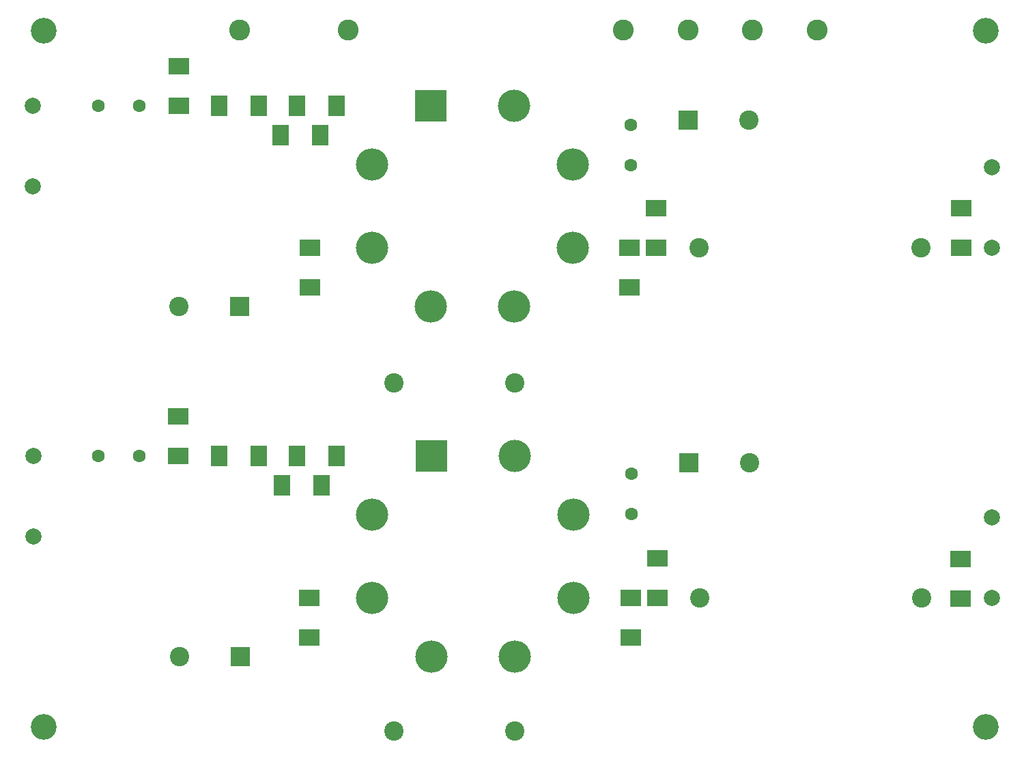
<source format=gbr>
G04 #@! TF.GenerationSoftware,KiCad,Pcbnew,(5.1.9-0-10_14)*
G04 #@! TF.CreationDate,2021-03-05T14:26:46+01:00*
G04 #@! TF.ProjectId,pre-amp-6SN7,7072652d-616d-4702-9d36-534e372e6b69,rev?*
G04 #@! TF.SameCoordinates,Original*
G04 #@! TF.FileFunction,Soldermask,Top*
G04 #@! TF.FilePolarity,Negative*
%FSLAX46Y46*%
G04 Gerber Fmt 4.6, Leading zero omitted, Abs format (unit mm)*
G04 Created by KiCad (PCBNEW (5.1.9-0-10_14)) date 2021-03-05 14:26:46*
%MOMM*%
%LPD*%
G01*
G04 APERTURE LIST*
%ADD10R,4.000000X4.000000*%
%ADD11O,4.000000X4.000000*%
%ADD12C,4.000000*%
%ADD13C,2.600000*%
%ADD14C,2.400000*%
%ADD15R,2.600000X2.100000*%
%ADD16R,2.100000X2.600000*%
%ADD17C,2.000000*%
%ADD18R,2.400000X2.400000*%
%ADD19C,1.600000*%
%ADD20C,3.200000*%
G04 APERTURE END LIST*
D10*
X92456000Y-80391000D03*
D11*
X85149853Y-87697147D03*
X85149853Y-98029599D03*
X92456000Y-105335746D03*
X102788452Y-105335746D03*
X110094599Y-98029599D03*
X110094599Y-87697147D03*
D12*
X102788452Y-80391000D03*
D13*
X132334000Y-70993000D03*
X124333000Y-70993000D03*
D14*
X125730000Y-98044000D03*
X153230000Y-98044000D03*
X87884000Y-114808000D03*
X102884000Y-114808000D03*
X125789000Y-141478000D03*
X153289000Y-141478000D03*
X87870000Y-157988000D03*
X102870000Y-157988000D03*
D10*
X92496774Y-123798627D03*
D11*
X85190627Y-131104774D03*
X85190627Y-141437226D03*
X92496774Y-148743373D03*
X102829226Y-148743373D03*
X110135373Y-141437226D03*
X110135373Y-131104774D03*
D12*
X102829226Y-123798627D03*
D15*
X117221000Y-146378000D03*
X117221000Y-141478000D03*
X120523000Y-136578000D03*
X120523000Y-141478000D03*
X158242000Y-93144000D03*
X158242000Y-98044000D03*
X117094000Y-102944000D03*
X117094000Y-98044000D03*
X120396000Y-93144000D03*
X120396000Y-98044000D03*
D16*
X73840000Y-84074000D03*
X78740000Y-84074000D03*
X75872000Y-80391000D03*
X80772000Y-80391000D03*
D15*
X77470000Y-102944000D03*
X77470000Y-98044000D03*
D16*
X66220000Y-80391000D03*
X71120000Y-80391000D03*
D15*
X61214000Y-75491000D03*
X61214000Y-80391000D03*
D16*
X75872000Y-123825000D03*
X80772000Y-123825000D03*
D15*
X77343000Y-146378000D03*
X77343000Y-141478000D03*
D17*
X162052000Y-88011000D03*
X162052000Y-98044000D03*
X43053000Y-90424000D03*
X43053000Y-80391000D03*
D14*
X61207000Y-105283000D03*
D18*
X68707000Y-105283000D03*
D14*
X131896500Y-82169000D03*
D18*
X124396500Y-82169000D03*
D19*
X117221000Y-82757000D03*
X117221000Y-87757000D03*
X51261000Y-80391000D03*
X56261000Y-80391000D03*
D14*
X131960000Y-124714000D03*
D18*
X124460000Y-124714000D03*
D19*
X117348000Y-126064000D03*
X117348000Y-131064000D03*
D13*
X116332000Y-70993000D03*
X140335000Y-70993000D03*
D15*
X158115000Y-136652000D03*
X158115000Y-141552000D03*
D16*
X73967000Y-127508000D03*
X78867000Y-127508000D03*
X66220000Y-123825000D03*
X71120000Y-123825000D03*
D15*
X61087000Y-118925000D03*
X61087000Y-123825000D03*
D17*
X162052000Y-131445000D03*
X162052000Y-141478000D03*
D13*
X82169000Y-70993000D03*
X68707000Y-70993000D03*
D17*
X43180000Y-133858000D03*
X43180000Y-123825000D03*
D20*
X161290000Y-71120000D03*
X161290000Y-157480000D03*
X44450000Y-157480000D03*
X44450000Y-71120000D03*
D14*
X61334000Y-148717000D03*
D18*
X68834000Y-148717000D03*
D19*
X51261000Y-123825000D03*
X56261000Y-123825000D03*
M02*

</source>
